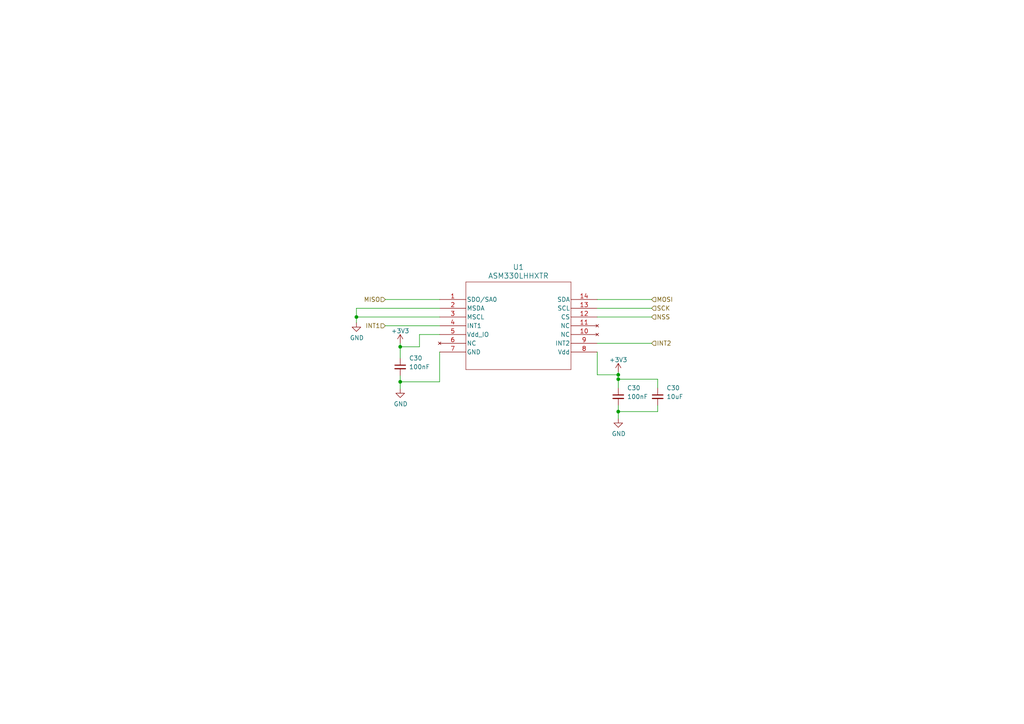
<source format=kicad_sch>
(kicad_sch (version 20230121) (generator eeschema)
  (paper "A4")
  (lib_symbols
    (symbol "ASM330LHHXTR:ASM330LHHXTR" (pin_names (offset 0.254))
      (property "Reference" "U" (at 22.86 10.16 0))
      (property "Value" "ASM330LHHXTR" (at 22.86 7.62 0))
      (symbol "ASM330LHHXTR_0_1"
        (polyline (pts (xy 7.62 -20.32) (xy 38.1 -20.32)) (stroke (width 0.127)))
        (polyline (pts (xy 7.62 5.08) (xy 7.62 -20.32)) (stroke (width 0.127)))
        (polyline (pts (xy 38.1 -20.32) (xy 38.1 5.08)) (stroke (width 0.127)))
        (polyline (pts (xy 38.1 5.08) (xy 7.62 5.08)) (stroke (width 0.127)))
        (pin unspecified line (at 0 0 0) (length 7.62) (name "SDO/SA0") (number "1"))
        (pin no_connect line (at 45.72 -10.16 180) (length 7.62) (name "NC") (number "10"))
        (pin no_connect line (at 45.72 -7.62 180) (length 7.62) (name "NC") (number "11"))
        (pin unspecified line (at 45.72 -5.08 180) (length 7.62) (name "CS") (number "12"))
        (pin unspecified line (at 45.72 -2.54 180) (length 7.62) (name "SCL") (number "13"))
        (pin unspecified line (at 45.72 0 180) (length 7.62) (name "SDA") (number "14"))
        (pin unspecified line (at 0 -2.54 0) (length 7.62) (name "MSDA") (number "2"))
        (pin unspecified line (at 0 -5.08 0) (length 7.62) (name "MSCL") (number "3"))
        (pin input line (at 0 -7.62 0) (length 7.62) (name "INT1") (number "4"))
        (pin power_in line (at 0 -10.16 0) (length 7.62) (name "Vdd_IO") (number "5"))
        (pin no_connect line (at 0 -12.7 0) (length 7.62) (name "NC") (number "6"))
        (pin power_out line (at 0 -15.24 0) (length 7.62) (name "GND") (number "7"))
        (pin power_in line (at 45.72 -15.24 180) (length 7.62) (name "Vdd") (number "8"))
        (pin input line (at 45.72 -12.7 180) (length 7.62) (name "INT2") (number "9"))
      )
    )
    (symbol "Device:C_Small" (pin_numbers hide) (pin_names (offset 0.254) hide)
      (property "Reference" "C" (at 0.254 1.778 0))
      (property "Value" "C_Small" (at 0.254 -2.032 0))
      (symbol "C_Small_0_1"
        (polyline (pts (xy -1.524 -0.508) (xy 1.524 -0.508)) (stroke (width 0.3302)))
        (polyline (pts (xy -1.524 0.508) (xy 1.524 0.508)) (stroke (width 0.3048)))
      )
      (symbol "C_Small_1_1"
        (pin passive line (at 0 2.54 270) (length 2.032) (name "~") (number "1"))
        (pin passive line (at 0 -2.54 90) (length 2.032) (name "~") (number "2"))
      )
    )
    (symbol "power:+3.3V" (power) (pin_names (offset 0))
      (property "Value" "+3.3V" (at 0 3.556 0))
      (symbol "+3.3V_0_1"
        (polyline (pts (xy -0.762 1.27) (xy 0 2.54)))
        (polyline (pts (xy 0 0) (xy 0 2.54)))
        (polyline (pts (xy 0 2.54) (xy 0.762 1.27)))
      )
      (symbol "+3.3V_1_1"
        (pin power_in line (at 0 0 90) (length 0) hide (name "+3V3") (number "1"))
      )
    )
    (symbol "power:GND" (power) (pin_names (offset 0))
      (property "Value" "GND" (at 0 -3.81 0))
      (symbol "GND_0_1"
        (polyline (pts (xy 0 0) (xy 0 -1.27) (xy 1.27 -1.27) (xy 0 -2.54) (xy -1.27 -1.27) (xy 0 -1.27)))
      )
      (symbol "GND_1_1"
        (pin power_in line (at 0 0 270) (length 0) hide (name "GND") (number "1"))
      )
    )
  )
  (junction (at 116.078 110.744))
  (junction (at 103.378 91.948))
  (junction (at 179.324 108.712))
  (junction (at 116.078 100.584))
  (junction (at 179.324 119.38))
  (junction (at 179.324 109.982))
  (wire (pts (xy 179.324 108.712) (xy 179.324 109.982)))
  (wire (pts (xy 127.508 86.868) (xy 111.76 86.868)))
  (wire (pts (xy 190.754 109.982) (xy 190.754 112.522)))
  (wire (pts (xy 103.378 91.948) (xy 103.378 93.599)))
  (wire (pts (xy 116.078 100.584) (xy 116.078 103.886)))
  (wire (pts (xy 103.378 91.948) (xy 127.508 91.948)))
  (wire (pts (xy 173.228 108.712) (xy 179.324 108.712)))
  (wire (pts (xy 116.078 108.966) (xy 116.078 110.744)))
  (wire (pts (xy 188.976 91.948) (xy 173.228 91.948)))
  (wire (pts (xy 188.976 99.568) (xy 173.228 99.568)))
  (wire (pts (xy 116.078 110.744) (xy 116.078 112.776)))
  (wire (pts (xy 179.324 109.982) (xy 190.754 109.982)))
  (wire (pts (xy 121.666 97.028) (xy 127.508 97.028)))
  (wire (pts (xy 179.324 109.982) (xy 179.324 112.522)))
  (wire (pts (xy 190.754 117.602) (xy 190.754 119.38)))
  (wire (pts (xy 179.324 119.38) (xy 179.324 121.412)))
  (wire (pts (xy 188.976 86.868) (xy 173.228 86.868)))
  (wire (pts (xy 121.666 100.584) (xy 121.666 97.028)))
  (wire (pts (xy 179.324 119.38) (xy 190.754 119.38)))
  (wire (pts (xy 127.508 110.744) (xy 127.508 102.108)))
  (wire (pts (xy 103.378 89.408) (xy 103.378 91.948)))
  (wire (pts (xy 173.228 102.108) (xy 173.228 108.712)))
  (wire (pts (xy 179.324 117.602) (xy 179.324 119.38)))
  (wire (pts (xy 116.078 99.568) (xy 116.078 100.584)))
  (wire (pts (xy 188.976 89.408) (xy 173.228 89.408)))
  (wire (pts (xy 116.078 110.744) (xy 127.508 110.744)))
  (wire (pts (xy 111.76 94.488) (xy 127.508 94.488)))
  (wire (pts (xy 116.078 100.584) (xy 121.666 100.584)))
  (wire (pts (xy 103.378 89.408) (xy 127.508 89.408)))
  (wire (pts (xy 179.324 107.95) (xy 179.324 108.712)))
  (hierarchical_label "SCK" (shape input) (at 188.976 89.408 0))
  (hierarchical_label "NSS" (shape input) (at 188.976 91.948 0))
  (hierarchical_label "INT2" (shape input) (at 188.976 99.568 0))
  (hierarchical_label "MISO" (shape input) (at 111.76 86.868 180))
  (hierarchical_label "MOSI" (shape input) (at 188.976 86.868 0))
  (hierarchical_label "INT1" (shape input) (at 111.76 94.488 180))
  (symbol (lib_id "power:+3.3V") (at 116.078 99.568 0) (unit 1)
    (property "Reference" "#PWR0178" (effects hide))
    (property "Value" "+3.3V" (at 116.078 95.9922 0))
    (instances (project "Strelka_Flight_Computer" (path "" (reference "#PWR0178") (unit 1)) (path "" (reference "#PWR03") (unit 1))))
  )
  (symbol (lib_id "power:GND") (at 103.378 93.599 0) (unit 1)
    (property "Reference" "#PWR0179" (effects hide))
    (property "Value" "GND" (at 103.505 97.9932 0))
    (instances (project "Strelka_Flight_Computer" (path "" (reference "#PWR0179") (unit 1)) (path "" (reference "#PWR05") (unit 1))))
  )
  (symbol (lib_id "power:GND") (at 179.324 121.412 0) (unit 1)
    (property "Reference" "#PWR0179" (effects hide))
    (property "Value" "GND" (at 179.451 125.8062 0))
    (instances (project "Strelka_Flight_Computer" (path "" (reference "#PWR0179") (unit 1)) (path "" (reference "#PWR02") (unit 1))))
  )
  (symbol (lib_id "Device:C_Small") (at 190.754 115.062 0) (unit 1)
    (property "Reference" "C30" (at 193.294 112.522 0) (effects (justify left)))
    (property "Value" "10uF" (at 193.294 115.062 0) (effects (justify left)))
    (property "Footprint" "Capacitor_SMD:C_0603_1608Metric" (effects hide))
    (instances (project "Strelka_Flight_Computer" (path "" (reference "C30") (unit 1)) (path "" (reference "C3") (unit 1))))
  )
  (symbol (lib_id "Device:C_Small") (at 179.324 115.062 0) (unit 1)
    (property "Reference" "C30" (at 181.864 112.522 0) (effects (justify left)))
    (property "Value" "100nF" (at 181.864 115.062 0) (effects (justify left)))
    (property "Footprint" "Capacitor_SMD:C_0603_1608Metric" (effects hide))
    (instances (project "Strelka_Flight_Computer" (path "" (reference "C30") (unit 1)) (path "" (reference "C2") (unit 1))))
  )
  (symbol (lib_id "ASM330LHHXTR:ASM330LHHXTR") (at 127.508 86.868 0) (unit 1)
    (property "Reference" "U1" (at 150.368 77.47 0) (effects (font (size 1.524 1.524))))
    (property "Value" "ASM330LHHXTR" (at 150.368 80.01 0) (effects (font (size 1.524 1.524))))
    (property "Footprint" "QFN_LHHXTR_STM" (effects hide))
    (property "Datasheet" "ASM330LHHXTR" (effects hide))
  )
  (symbol (lib_id "Device:C_Small") (at 116.078 106.426 0) (unit 1)
    (property "Reference" "C30" (at 118.618 103.886 0) (effects (justify left)))
    (property "Value" "100nF" (at 118.618 106.426 0) (effects (justify left)))
    (property "Footprint" "Capacitor_SMD:C_0603_1608Metric" (effects hide))
    (instances (project "Strelka_Flight_Computer" (path "" (reference "C30") (unit 1)) (path "" (reference "C4") (unit 1))))
  )
  (symbol (lib_id "power:GND") (at 116.078 112.776 0) (unit 1)
    (property "Reference" "#PWR0179" (effects hide))
    (property "Value" "GND" (at 116.205 117.1702 0))
    (instances (project "Strelka_Flight_Computer" (path "" (reference "#PWR0179") (unit 1)) (path "" (reference "#PWR04") (unit 1))))
  )
  (symbol (lib_id "power:+3.3V") (at 179.324 107.95 0) (unit 1)
    (property "Reference" "#PWR0178" (effects hide))
    (property "Value" "+3.3V" (at 179.324 104.3742 0))
    (instances (project "Strelka_Flight_Computer" (path "" (reference "#PWR0178") (unit 1)) (path "" (reference "#PWR01") (unit 1))))
  )
)
</source>
